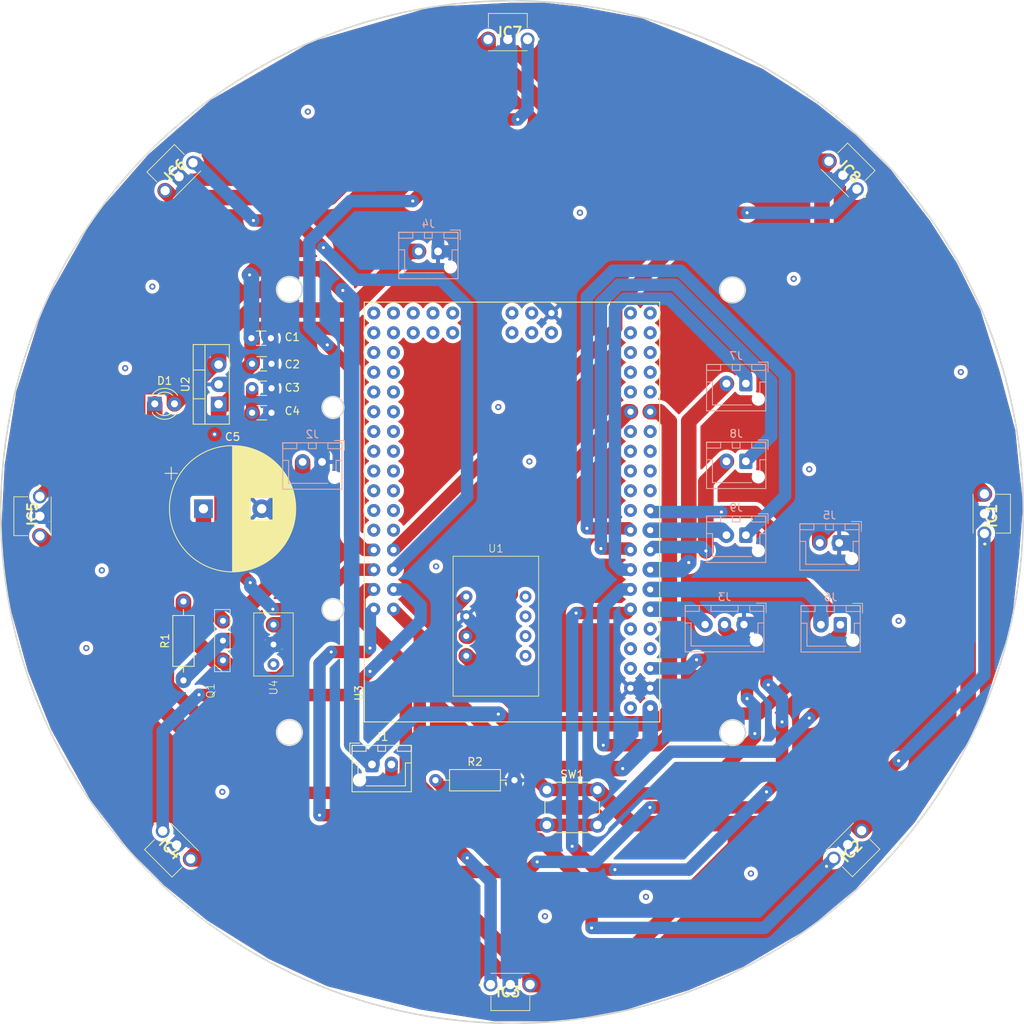
<source format=kicad_pcb>
(kicad_pcb (version 20221018) (generator pcbnew)
  (layers (0 "F.Cu" signal) (31 "B.Cu" signal) (34 "B.Paste" user) (35 "F.Paste" user) (36 "B.SilkS" user "B.Silkscreen") (37 "F.SilkS" user "F.Silkscreen") (38 "B.Mask" user) (39 "F.Mask" user) (44 "Edge.Cuts" user))
  (net 0 "")
  (net 1 "9V")
  (net 2 "GND")
  (net 3 "5V_1")
  (net 4 "Vin_1")
  (net 5 "0")
  (net 6 "5V")
  (net 7 "1")
  (net 8 "2")
  (net 9 "3")
  (net 10 "4")
  (net 11 "5")
  (net 12 "6")
  (net 13 "7")
  (net 14 "Vin")
  (net 15 "RX")
  (net 16 "TX")
  (net 17 "D2")
  (net 18 "D3")
  (net 19 "D4")
  (net 20 "D5")
  (net 21 "D6")
  (net 22 "D7")
  (net 23 "D8")
  (net 24 "D9")
  (net 25 "Net-(Q1-G)")
  (net 26 "D11")
  (net 27 "SDA")
  (net 28 "SCL")
  (footprint "SamacSys_Parts:TSSP58038" (layer "F.Cu") (at 173.479466 95 90)
    (fp_text reference "IC1")
    (fp_text value "TSSP58038" hide)
  )
  (footprint "SamacSys_Parts:TSSP58038" (layer "F.Cu") (at 68.46486 50.493021 -135)
    (fp_text reference "IC6")
    (fp_text value "TSSP58038" hide)
  )
  (footprint "Capacitor_THT:C_Disc_D3.0mm_W1.6mm_P2.50mm" (layer "F.Cu") (at 78.33 78.58)
    (fp_text reference "C3")
    (fp_text value "47u")
  )
  (footprint "Resistor_THT:R_Axial_DIN0207_L6.3mm_D2.5mm_P10.16mm_Horizontal" (layer "F.Cu") (at 69.5 116.16 90)
    (fp_text reference "R1")
    (fp_text value "R")
  )
  (footprint "tgul.SW:tgul" (layer "F.Cu") (at 81.08 111.54 90)
    (fp_text reference "U4")
    (fp_text value "~")
  )
  (footprint "mosfet:mosfet.pch" (layer "F.Cu") (at 69.5 111.04 90)
    (fp_text reference "Q1")
    (fp_text value "PMOS")
  )
  (footprint "Capacitor_THT:C_Disc_D3.0mm_W1.6mm_P2.50mm" (layer "F.Cu") (at 78.24 72.14)
    (fp_text reference "C1")
    (fp_text value "0.1u")
  )
  (footprint "Capacitor_THT:CP_Radial_D16.0mm_P7.50mm" (layer "F.Cu") (at 72.067246 94.08)
    (fp_text reference "C5")
    (fp_text value "C_Polarized")
  )
  (footprint "Package_TO_SOT_THT:TO-220-3_Vertical" (layer "F.Cu") (at 74.025 80.62 90)
    (fp_text reference "U2")
    (fp_text value "L7805")
  )
  (footprint "SamacSys_Parts:TSSP58038" (layer "F.Cu") (at 67.757754 137.799873 -45)
    (fp_text reference "IC4")
    (fp_text value "TSSP58038" hide)
  )
  (footprint "Resistor_THT:R_Axial_DIN0207_L6.3mm_D2.5mm_P10.16mm_Horizontal" (layer "F.Cu") (at 101.92 129)
    (fp_text reference "R2")
    (fp_text value "R")
  )
  (footprint "SamacSys_Parts:TSSP58038" (layer "F.Cu") (at 155.201784 50.70091 135)
    (fp_text reference "IC8")
    (fp_text value "TSSP58038" hide)
  )
  (footprint "SamacSys_Parts:TSSP58038" (layer "F.Cu") (at 50.079466 94.756 -90)
    (fp_text reference "IC5")
    (fp_text value "TSSP58038" hide)
  )
  (footprint "Capacitor_THT:C_Disc_D3.0mm_W1.6mm_P2.50mm" (layer "F.Cu") (at 78.33 81.73)
    (fp_text reference "C4")
    (fp_text value "0.1u")
  )
  (footprint "SamacSys_Parts:TSSP58038" (layer "F.Cu") (at 111.264734 156.235267)
    (fp_text reference "IC3")
    (fp_text value "TSSP58038" hide)
  )
  (footprint "MEGA_PRO_EMBED_CH340G___ATMEGA2560:MODULE_MEGA_PRO_EMBED_CH340G___ATMEGA2560" (layer "F.Cu") (at 111.76 94.5 90)
    (fp_text reference "U3")
    (fp_text value "MEGA_PRO_EMBED_CH340G___ATMEGA2560")
  )
  (footprint "BNO055:BNO055+" (layer "F.Cu") (at 109.69 109.19)
    (fp_text reference "U1")
    (fp_text value "~")
  )
  (footprint "SamacSys_Parts:TSSP58038" (layer "F.Cu") (at 155.418159 138.153426 45)
    (fp_text reference "IC2")
    (fp_text value "TSSP58038" hide)
  )
  (footprint "SamacSys_Parts:TSSP58038" (layer "F.Cu") (at 111.508733 32.764733 180)
    (fp_text reference "IC7")
    (fp_text value "TSSP58038" hide)
  )
  (footprint "Button_Switch_THT:SW_PUSH_6mm_H7.3mm" (layer "F.Cu") (at 116.25 130.25)
    (fp_text reference "SW1")
    (fp_text value "SW_Push")
  )
  (footprint "Connector_JST:JST_XH_B2B-XH-AM_1x02_P2.50mm_Vertical" (layer "F.Cu") (at 93.75 126.975)
    (fp_text reference "J1")
    (fp_text value "Conn_01x02_Socket")
  )
  (footprint "LED_THT:LED_D3.0mm_Clear" (layer "F.Cu") (at 65.805 80.58)
    (fp_text reference "D1")
    (fp_text value "D")
  )
  (footprint "Capacitor_THT:C_Disc_D3.0mm_W1.6mm_P2.50mm" (layer "F.Cu") (at 78.33 75.43)
    (fp_text reference "C2")
    (fp_text value "10u")
  )
  (footprint "Connector_JST:JST_XH_B2B-XH-AM_1x02_P2.50mm_Vertical" (layer "B.Cu") (at 141.85 97.475 180)
    (fp_text reference "J9")
    (fp_text value "Conn_01x02_Socket")
  )
  (footprint "Connector_JST:JST_XH_B2B-XH-AM_1x02_P2.50mm_Vertical" (layer "B.Cu") (at 153.85 98.475 180)
    (fp_text reference "J5")
    (fp_text value "Conn_01x02_Socket")
  )
  (footprint "Connector_JST:JST_XH_B2B-XH-AM_1x02_P2.50mm_Vertical" (layer "B.Cu") (at 102.25 60.975 180)
    (fp_text reference "J4")
    (fp_text value "Conn_01x02_Socket")
  )
  (footprint "Connector_JST:JST_XH_B2B-XH-AM_1x02_P2.50mm_Vertical" (layer "B.Cu") (at 154 109 180)
    (fp_text reference "J6")
    (fp_text value "Conn_01x02_Socket")
  )
  (footprint "Connector_JST:JST_XH_B2B-XH-AM_1x02_P2.50mm_Vertical" (layer "B.Cu") (at 141.85 87.975 180)
    (fp_text reference "J8")
    (fp_text value "Conn_01x02_Socket")
  )
  (footprint "Connector_JST:JST_XH_B3B-XH-AM_1x03_P2.50mm_Vertical" (layer "B.Cu") (at 141.6 108.975 180)
    (fp_text reference "J3")
    (fp_text value "Conn_01x03_Socket")
  )
  (footprint "Connector_JST:JST_XH_B2B-XH-AM_1x02_P2.50mm_Vertical" (layer "B.Cu") (at 141.85 77.975 180)
    (fp_text reference "J7")
    (fp_text value "Conn_01x02_Socket")
  )
  (footprint "Connector_JST:JST_XH_B2B-XH-AM_1x02_P2.50mm_Vertical" (layer "B.Cu") (at 87.33 88.055 180)
    (fp_text reference "J2")
    (fp_text value "Conn_01x02_Socket")
  )
  (gr_circle (center 83.129006 65.864273) (end 81.962279 64.697546) (stroke (width 0.2)) (fill none) (layer "Edge.Cuts"))
  (gr_circle (center 88.73351 107.045941) (end 87.74356 106.055992) (stroke (width 0.2)) (fill none) (layer "Edge.Cuts"))
  (gr_circle (center 140.119714 65.932887) (end 138.952988 64.766161) (stroke (width 0.2)) (fill none) (layer "Edge.Cuts"))
  (gr_circle (center 83.126909 122.854981) (end 81.960183 121.688255) (stroke (width 0.2)) (fill none) (layer "Edge.Cuts"))
  (gr_circle (center 140.144866 122.880133) (end 138.97814 121.713407) (stroke (width 0.2)) (fill none) (layer "Edge.Cuts"))
  (gr_circle (center 111.764733 94.5) (end 65.262044 47.997311) (stroke (width 0.2)) (fill none) (layer "Edge.Cuts"))
  (gr_circle (center 88.73351 81.045941) (end 87.74356 80.055992) (stroke (width 0.2)) (fill none) (layer "Edge.Cuts"))
  (via (at 116 146.5) (size 0.8) (drill 0.4) (layers "F.Cu" "B.Cu") (net 0))
  (via (at 74.5 130.5) (size 0.8) (drill 0.4) (layers "F.Cu" "B.Cu") (net 0))
  (via (at 114 88) (size 0.8) (drill 0.4) (layers "F.Cu" "B.Cu") (net 0))
  (via (at 148 64.5) (size 0.8) (drill 0.4) (layers "F.Cu" "B.Cu") (net 0))
  (via (at 150 89) (size 0.8) (drill 0.4) (layers "F.Cu" "B.Cu") (net 0))
  (via (at 65.5 65.5) (size 0.8) (drill 0.4) (layers "F.Cu" "B.Cu") (net 0))
  (via (at 62 76) (size 0.8) (drill 0.4) (layers "F.Cu" "B.Cu") (net 0))
  (via (at 85.5 43) (size 0.8) (drill 0.4) (layers "F.Cu" "B.Cu") (net 0))
  (via (at 102 101.5) (size 0.8) (drill 0.4) (layers "F.Cu" "B.Cu") (net 0))
  (via (at 59 102) (size 0.8) (drill 0.4) (layers "F.Cu" "B.Cu") (net 0))
  (via (at 161.5 108.5) (size 0.8) (drill 0.4) (layers "F.Cu" "B.Cu") (net 0))
  (via (at 120.5 56) (size 0.8) (drill 0.4) (layers "F.Cu" "B.Cu") (net 0))
  (via (at 110 81) (size 0.8) (drill 0.4) (layers "F.Cu" "B.Cu") (net 0))
  (via (at 169.5 76.5) (size 0.8) (drill 0.4) (layers "F.Cu" "B.Cu") (net 0))
  (via (at 129 144) (size 0.8) (drill 0.4) (layers "F.Cu" "B.Cu") (net 0))
  (via (at 142.5 141) (size 0.8) (drill 0.4) (layers "F.Cu" "B.Cu") (net 0))
  (via (at 57 112) (size 0.8) (drill 0.4) (layers "F.Cu" "B.Cu") (net 0))
  (segment (start 74.025 83.975) (end 74.025 80.62) (width 2) (layer "F.Cu") (net 1))
  (segment (start 78.33 72.23) (end 78.24 72.14) (width 2) (layer "F.Cu") (net 1))
  (segment (start 76.33 77.43) (end 78.33 75.43) (width 2) (layer "F.Cu") (net 1))
  (segment (start 65.805 80.58) (end 65.805 84.305) (width 2) (layer "F.Cu") (net 1))
  (segment (start 74.025 80.62) (end 74.88 80.62) (width 2) (layer "F.Cu") (net 1))
  (segment (start 110 120.5) (end 117 127.5) (width 2) (layer "F.Cu") (net 1))
  (segment (start 66 84.5) (end 72.5 84.5) (width 2) (layer "F.Cu") (net 1))
  (segment (start 65.805 84.305) (end 66 84.5) (width 2) (layer "F.Cu") (net 1))
  (segment (start 76.33 79.17) (end 76.33 77.43) (width 2) (layer "F.Cu") (net 1))
  (segment (start 78.33 75.43) (end 78.33 72.23) (width 2) (layer "F.Cu") (net 1))
  (segment (start 72.5 84.5) (end 73 85) (width 2) (layer "F.Cu") (net 1))
  (segment (start 73.5 84.5) (end 74.025 83.975) (width 2) (layer "F.Cu") (net 1))
  (segment (start 74.88 80.62) (end 76.33 79.17) (width 2) (layer "F.Cu") (net 1))
  (segment (start 78 64) (end 78.788185 63.211815) (width 2) (layer "F.Cu") (net 1))
  (segment (start 73 85) (end 73.5 84.5) (width 2) (layer "F.Cu") (net 1))
  (segment (start 117 127.5) (end 126 127.5) (width 2) (layer "F.Cu") (net 1))
  (segment (start 78.788185 63.211815) (end 87.211815 63.211815) (width 2) (layer "F.Cu") (net 1))
  (segment (start 87.211815 63.211815) (end 90 66) (width 2) (layer "F.Cu") (net 1))
  (via (at 126 127.5) (size 0.8) (drill 0.4) (layers "F.Cu" "B.Cu") (net 1))
  (via (at 110 120.5) (size 0.8) (drill 0.4) (layers "F.Cu" "B.Cu") (net 1))
  (via (at 78 64) (size 0.8) (drill 0.4) (layers "F.Cu" "B.Cu") (net 1))
  (via (at 90 66) (size 0.8) (drill 0.4) (layers "F.Cu" "B.Cu") (net 1))
  (via (at 73.5 84.5) (size 0.8) (drill 0.4) (layers "F.Cu" "B.Cu") (net 1))
  (segment (start 99.225 120.5) (end 110 120.5) (width 2) (layer "B.Cu") (net 1))
  (segment (start 93.75 126.975) (end 93.75 125.975) (width 2) (layer "B.Cu") (net 1))
  (segment (start 78.24 72.14) (end 78.24 64.24) (width 2) (layer "B.Cu") (net 1))
  (segment (start 90 66) (end 91.139787 67.139787) (width 2) (layer "B.Cu") (net 1))
  (segment (start 93.75 125.975) (end 99.225 120.5) (width 2) (layer "B.Cu") (net 1))
  (segment (start 126 127.5) (end 129.54 123.96) (width 2) (layer "B.Cu") (net 1))
  (segment (start 129.54 123.96) (end 129.54 119.7) (width 2) (layer "B.Cu") (net 1))
  (segment (start 78.24 64.24) (end 78 64) (width 2) (layer "B.Cu") (net 1))
  (segment (start 91.139787 124.364787) (end 93.75 126.975) (width 2) (layer "B.Cu") (net 1))
  (segment (start 91.139787 67.139787) (end 91.139787 124.364787) (width 2) (layer "B.Cu") (net 1))
  (segment (start 170.436966 110.796664) (end 170.436966 96.389258) (width 2) (layer "B.Cu") (net 2))
  (segment (start 68.935793 51.365591) (end 78.285101 60.714899) (width 2) (layer "B.Cu") (net 2))
  (segment (start 79.567246 94.08) (end 82.305 94.08) (width 2) (layer "B.Cu") (net 2))
  (segment (start 81.08 111.54) (end 80.845312 111.54) (width 2) (layer "B.Cu") (net 2))
  (segment (start 164.526282 87.975) (end 171.267281 94.716) (width 2) (layer "B.Cu") (net 2))
  (segment (start 110.01644 136.43644) (end 112.08 138.5) (width 2) (layer "B.Cu") (net 2))
  (segment (start 51.448708 95.04) (end 51.029466 95.04) (width 2) (layer "B.Cu") (net 2))
  (segment (start 69.522824 136.43644) (end 110.01644 136.43644) (width 2) (layer "B.Cu") (net 2))
  (segment (start 111.224733 33.714733) (end 111.224733 31.775267) (width 2) (layer "B.Cu") (net 2))
  (segment (start 124.5 49.5) (end 127.064343 52.064343) (width 2) (layer "B.Cu") (net 2))
  (segment (start 134.39 117.16) (end 141.6 109.95) (width 1.6) (layer "B.Cu") (net 2))
  (segment (start 108.974608 60.975) (end 116.84 68.840392) (width 1.6) (layer "B.Cu") (net 2))
  (segment (start 154.329214 51.171843) (end 155.501057 50) (width 2) (layer "B.Cu") (net 2))
  (segment (start 148.425862 114.425862) (end 156.116815 122.116815) (width 2) (layer "B.Cu") (net 2))
  (segment (start 155.501057 50) (end 157.5 50) (width 2) (layer "B.Cu") (net 2))
  (segment (start 160.317677 120.866815) (end 160.366815 120.866815) (width 2) (layer "B.Cu") (net 2))
  (segment (start 78.285101 60.714899) (end 80.476548 62.906346) (width 2) (layer "B.Cu") (net 2))
  (segment (start 129.54 117.16) (end 134.39 117.16) (width 1.6) (layer "B.Cu") (net 2))
  (segment (start 153 52.501057) (end 154.329214 51.171843) (width 2) (layer "B.Cu") (net 2))
  (segment (start 170.436966 96.389258) (end 172.110224 94.716) (width 2) (layer "B.Cu") (net 2))
  (segment (start 82.305 94.08) (end 82.305 105.000312) (width 2) (layer "B.Cu") (net 2))
  (segment (start 53.121966 93.366742) (end 51.448708 95.04) (width 2) (layer "B.Cu") (net 2))
  (segment (start 111.548734 153.048733) (end 111.548734 155.285267) (width 2) (layer "B.Cu") (net 2))
  (segment (start 112.08 138.5) (end 112.08 152.517467) (width 2) (layer "B.Cu") (net 2))
  (segment (start 82.305 94.08) (end 87.33 89.055) (width 2) (layer "B.Cu") (net 2))
  (segment (start 80.83 82.058428) (end 80.83 78.58) (width 2) (layer "B.Cu") (net 2))
  (segment (start 80.74 72.14) (end 80.74 81.64) (width 2) (layer "B.Cu") (net 2))
  (segment (start 161.475 87.975) (end 164.526282 87.975) (width 2) (layer "B.Cu") (net 2))
  (segment (start 83.042 105.737312) (end 83.042 109.812688) (width 2) (layer "B.Cu") (net 2))
  (segment (start 81.314688 111.54) (end 81.08 111.54) (width 2) (layer "B.Cu") (net 2))
  (segment (start 102.25 60.975) (end 102.25 52.25) (width 1.6) (layer "B.Cu") (net 2))
  (segment (start 141.6 108.975) (end 148.425862 108.975) (width 2) (layer "B.Cu") (net 2))
  (segment (start 111.548734 155.285267) (end 111.548734 154.023082) (width 2) (layer "B.Cu") (net 2))
  (segment (start 80.74 81.64) (end 80.83 81.73) (width 2) (layer "B.Cu") (net 2))
  (segment (start 156.116815 122.116815) (end 159.116815 122.116815) (width 2) (layer "B.Cu") (net 2))
  (segment (start 93.906751 52.2949) (end 86.7051 52.2949) (width 2) (layer "B.Cu") (net 2))
  (segment (start 105.88 107.92) (end 112.08 114.12) (width 1.6) (layer "B.Cu") (net 2))
  (segment (start 153.436714 52.064343) (end 154.329214 51.171843) (width 2) (layer "B.Cu") (net 2))
  (segment (start 80.476548 71.876548) (end 80.74 72.14) (width 2) (layer "B.Cu") (net 2))
  (segment (start 124.5 37.5) (end 124.5 49.5) (width 2) (layer "B.Cu") (net 2))
  (segment (start 80.845312 111.54) (end 69.522824 122.862488) (width 2) (layer "B.Cu") (net 2))
  (segment (start 80.83 81.73) (end 81.96137 81.73) (width 2) (layer "B.Cu") (net 2))
  (segment (start 81.96137 81.73) (end 87.33 87.09863) (width 2) (layer "B.Cu") (net 2))
  (segment (start 79.158428 83.73) (end 80.83 82.058428) (width 2) (layer "B.Cu") (net 2))
  (segment (start 171.267281 94.716) (end 172.529466 94.716) (width 2) (layer "B.Cu") (net 2))
  (segment (start 69.828293 72.671707) (end 53.121966 89.378034) (width 2) (layer "B.Cu") (net 2))
  (segment (start 148.425862 108.975) (end 148.425862 114.425862) (width 2) (layer "B.Cu") (net 2))
  (segment (start 117.5 30.5) (end 124.5 37.5) (width 2) (layer "B.Cu") (net 2))
  (segment (start 168.351224 98.475) (end 170.436966 96.389258) (width 2) (layer "B.Cu") (net 2))
  (segment (start 76.33 82.558428) (end 77.501572 83.73) (width 2) (layer "B.Cu") (net 2))
  (segment (start 127.064343 52.064343) (end 153.436714 52.064343) (width 2) (layer "B.Cu") (net 2))
  (segment (start 82.305 105.000312) (end 83.042 105.737312) (width 2) (layer "B.Cu") (net 2))
  (segment (start 141.6 109.95) (end 141.6 108.975) (width 1.6) (layer "B.Cu") (net 2))
  (segment (start 153 76.448719) (end 153 80) (width 2) (layer "B.Cu") (net 2))
  (segment (start 87.33 89.055) (end 87.33 88.055) (width 2) (layer "B.Cu") (net 2))
  (segment (start 127 117.16) (end 129.54 117.16) (width 1.6) (layer "B.Cu") (net 2))
  (segment (start 154.054726 136.388356) (end 154.054726 127.178904) (width 2) (layer "B.Cu") (net 2))
  (segment (start 76.33 78.08) (end 76.33 82.558428) (width 2) (layer "B.Cu") (net 2))
  (segment (start 160 52.5) (end 160 69.448719) (width 2) (layer "B.Cu") (net 2))
  (segment (start 154.054726 127.178904) (end 159.116815 122.116815) (width 2) (layer "B.Cu") (net 2))
  (segment (start 154.054726 136.388356) (end 154.947226 137.280856) (width 2) (layer "B.Cu") (net 2))
  (segment (start 111.224733 31.775267) (end 112.5 30.5) (width 2) (layer "B.Cu") (net 2))
  (segment (start 69.522824 122.862488) (end 69.522824 136.43644) (width 2) (layer "B.Cu") (net 2))
  (segment (start 53.121966 89.378034) (end 53.121966 93.366742) (width 2) (layer "B.Cu") (net 2))
  (segment (start 68.630324 137.32894) (end 69.522824 136.43644) (width 2) (layer "B.Cu") (net 2))
  (segment (start 160.366815 120.866815) (end 170.436966 110.796664) (width 2) (layer "B.Cu") (net 2))
  (segment (start 154.5 81) (end 161.475 87.975) (width 2) (layer "B.Cu") (net 2))
  (segment (start 80.476548 62.906346) (end 80.476548 71.876548) (width 2) (layer "B.Cu") (net 2))
  (segment (start 112.08 152.517467) (end 111.548734 153.048733) (width 2) (layer "B.Cu") (net 2))
  (segment (start 111.224733 34.976918) (end 98.100825 48.100825) (width 2) (layer "B.Cu") (net 2))
  (segment (start 172.110224 94.716) (end 172.529466 94.716) (width 2) (layer "B.Cu") (net 2))
  (segment (start 74.025 78.08) (end 76.33 78.08) (width 2) (layer "B.Cu") (net 2))
  (segment (start 112.5 30.5) (end 117.5 30.5) (width 2) (layer "B.Cu") (net 2))
  (segment (start 102.25 52.25) (end 98.100825 48.100825) (width 1.6) (layer "B.Cu") (net 2))
  (segment (start 86.7051 52.2949) (end 78.285101 60.714899) (width 2) (layer "B.Cu") (net 2))
  (segment (start 83.042 109.812688) (end 81.314688 111.54) (width 2) (layer "B.Cu") (net 2))
  (segment (start 153.85 98.475) (end 168.351224 98.475) (width 2) (layer "B.Cu") (net 2))
  (segment (start 102.25 60.975) (end 108.974608 60.975) (width 1.6) (layer "B.Cu") (net 2))
  (segment (start 116.84 68.840392) (end 116.84 68.9) (width 1.6) (layer "B.Cu") (net 2))
  (segment (start 159.116815 122.116815) (end 160.366815 120.866815) (width 2) (layer "B.Cu") (net 2))
  (segment (start 160 69.448719) (end 153 76.448719) (width 2) (layer "B.Cu") (net 2))
  (segment (start 112.08 114.12) (end 112.08 129) (width 1.6) (layer "B.Cu") (net 2))
  (segment (start 154 81) (end 154.5 81) (width 2) (layer "B.Cu") (net 2))
  (segment (start 111.224733 33.714733) (end 111.224733 34.976918) (width 2) (layer "B.Cu") (net 2))
  (segment (start 112.08 129) (end 112.08 138.5) (width 2) (layer "B.Cu") (net 2))
  (segment (start 87.33 87.09863) (end 87.33 88.055) (width 2) (layer "B.Cu") (net 2))
  (segment (start 68.935793 51.365591) (end 69.828293 52.258091) (width 2) (layer "B.Cu") (net 2))
  (segment (start 157.5 50) (end 160 52.5) (width 2) (layer "B.Cu") (net 2))
  (segment (start 77.501572 83.73) (end 79.158428 83.73) (width 2) (layer "B.Cu") (net 2))
  (segment (start 153 80) (end 154 81) (width 2) (layer "B.Cu") (net 2))
  (segment (start 98.100825 48.100825) (end 93.906751 52.2949) (width 2) (layer "B.Cu") (net 2))
  (segment (start 69.828293 52.258091) (end 69.828293 72.671707) (width 2) (layer "B.Cu") (net 2))
  (segment (start 68.345 78.92) (end 67.805 78.38) (width 2) (layer "F.Cu") (net 3))
  (segment (start 74.3 87.2) (end 78.33 83.17) (width 2) (layer "F.Cu") (net 3))
  (segment (start 78.095769 68.516731) (end 90.983269 68.516731) (width 2) (layer "F.Cu") (net 3))
  (segment (start 67.805 78.38) (end 64.12 78.38) (width 2) (layer "F.Cu") (net 3))
  (segment (start 65.58873 87.2) (end 74.3 87.2) (width 2) (layer "F.Cu") (net 3))
  (segment (start 90.983269 68.516731) (end 98.525 60.975) (width 2) (layer "F.Cu") (net 3))
  (segment (start 74.025 72.5875) (end 78.095769 68.516731) (width 2) (layer "F.Cu") (net 3))
  (segment (start 63.605 85.21627) (end 65.58873 87.2) (width 2) (layer "F.Cu") (net 3))
  (segment (start 74.025 75.54) (end 73.385 75.54) (width 2) (layer "F.Cu") (net 3))
  (segment (start 98.525 60.975) (end 99.75 60.975) (width 2) (layer "F.Cu") (net 3))
  (segment (start 78.33 83.17) (end 78.33 81.73) (width 2) (layer "F.Cu") (net 3))
  (segment (start 68.345 80.58) (end 68.345 78.92) (width 2) (layer "F.Cu") (net 3))
  (segment (start 63.605 78.895) (end 63.605 85.21627) (width 2) (layer "F.Cu") (net 3))
  (segment (start 73.385 75.54) (end 68.345 80.58) (width 2) (layer "F.Cu") (net 3))
  (segment (start 74.025 75.54) (end 74.025 72.5875) (width 2) (layer "F.Cu") (net 3))
  (segment (start 64.12 78.38) (end 63.605 78.895) (width 2) (layer "F.Cu") (net 3))
  (segment (start 78.33 78.58) (end 78.33 81.73) (width 1.6) (layer "F.Cu") (net 3))
  (segment (start 96.25 129.575) (end 95.2 130.625) (width 1.6) (layer "F.Cu") (net 4))
  (segment (start 72.067246 94.08) (end 72.067246 96.5) (width 2) (layer "F.Cu") (net 4))
  (segment (start 72.067246 96.5) (end 72.067246 105.987246) (width 2) (layer "F.Cu") (net 4))
  (segment (start 96.25 126.975) (end 96.25 129.575) (width 1.6) (layer "F.Cu") (net 4))
  (segment (start 72.067246 105.987246) (end 74.58 108.5) (width 2) (layer "F.Cu") (net 4))
  (segment (start 95.2 130.625) (end 81.419415 130.625) (width 1.6) (layer "F.Cu") (net 4))
  (segment (start 67.5 116.705585) (end 67.5 101.067246) (width 1.6) (layer "F.Cu") (net 4))
  (segment (start 67.5 101.067246) (end 72.067246 96.5) (width 1.6) (layer "F.Cu") (net 4))
  (segment (start 81.419415 130.625) (end 67.5 116.705585) (width 1.6) (layer "F.Cu") (net 4))
  (segment (start 113.7 140.8) (end 103.69408 140.8) (width 1.6) (layer "F.Cu") (net 5))
  (segment (start 155.5 132.5) (end 129.5 132.5) (width 1.6) (layer "F.Cu") (net 5))
  (segment (start 88.5 112.5) (end 93 112.5) (width 1.6) (layer "F.Cu") (net 5))
  (segment (start 115 139.5) (end 113.7 140.8) (width 1.6) (layer "F.Cu") (net 5))
  (segment (start 103.69408 140.8) (end 96.39408 133.5) (width 1.6) (layer "F.Cu") (net 5))
  (segment (start 93 112.5) (end 93.477208 112.022792) (width 1.6) (layer "F.Cu") (net 5))
  (segment (start 161.5 126.5) (end 155.5 132.5) (width 1.6) (layer "F.Cu") (net 5))
  (segment (start 96.39408 133.5) (end 87 133.5) (width 1.6) (layer "F.Cu") (net 5))
  (via (at 87 133.5) (size 0.8) (drill 0.4) (layers "F.Cu" "B.Cu") (net 5))
  (via (at 115 139.5) (size 0.8) (drill 0.4) (layers "F.Cu" "B.Cu") (net 5))
  (via (at 161.5 126.5) (size 0.8) (drill 0.4) (layers "F.Cu" "B.Cu") (net 5))
  (via (at 88.5 112.5) (size 0.8) (drill 0.4) (layers "F.Cu" "B.Cu") (net 5))
  (via (at 93.5 112) (size 0.8) (drill 0.4) (layers "F.Cu" "B.Cu") (net 5))
  (via (at 129.5 132.5) (size 0.8) (drill 0.4) (layers "F.Cu" "B.Cu") (net 5))
  (segment (start 129.5 132.5) (end 122.5 139.5) (width 1.6) (layer "B.Cu") (net 5))
  (segment (start 122.5 139.5) (end 115 139.5) (width 1.6) (layer "B.Cu") (net 5))
  (segment (start 172.529466 115.470534) (end 161.5 126.5) (width 1.6) (layer "B.Cu") (net 5))
  (segment (start 93.477208 107.502792) (end 93.98 107) (width 1.6) (layer "B.Cu") (net 5))
  (segment (start 87 133.5) (end 87 114) (width 1.6) (layer "B.Cu") (net 5))
  (segment (start 87 114) (end 88.5 112.5) (width 1.6) (layer "B.Cu") (net 5))
  (segment (start 93.5 112) (end 93.477208 107.502792) (width 1.6) (layer "B.Cu") (net 5))
  (segment (start 172.529466 97.256) (end 172.529466 115.470534) (width 1.6) (layer "B.Cu") (net 5))
  (segment (start 93.477208 112.022792) (end 93.5 112) (width 1.6) (layer "B.Cu") (net 5))
  (segment (start 103.88 117.88) (end 116.25 130.25) (width 1.6) (layer "F.Cu") (net 6))
  (segment (start 128.3 130.7) (end 125.75 133.25) (width 1.6) (layer "F.Cu") (net 6))
  (segment (start 155.854428 93.063034) (end 170.436966 93.063034) (width 2) (layer "F.Cu") (net 6))
  (segment (start 105.88 105.38) (end 103.88 107.38) (width 1.6) (layer "F.Cu") (net 6))
  (segment (start 114.088734 155.285267) (end 122.714733 155.285267) (width 2) (layer "F.Cu") (net 6))
  (segment (start 142 116) (end 142 118.5) (width 1.6) (layer "F.Cu") (net 6))
  (segment (start 151.35 97.567462) (end 155.854428 93.063034) (width 2) (layer "F.Cu") (net 6))
  (segment (start 135.793295 130.7) (end 128.3 130.7) (width 1.6) (layer "F.Cu") (net 6))
  (segment (start 108.684733 34.976918) (end 123.083607 49.375792) (width 2) (layer "F.Cu") (net 6))
  (segment (start 67.139742 53.161642) (end 68.032242 54.054142) (width 2) (layer "F.Cu") (net 6))
  (segment (start 127.092305 134.592305) (end 125.75 133.25) (width 2) (layer "F.Cu") (net 6))
  (segment (start 155.850777 134.592305) (end 156.743277 135.484805) (width 2) (layer "F.Cu") (net 6))
  (segment (start 116.25 130.25) (end 122.75 130.25) (width 1.6) (layer "F.Cu") (net 6))
  (segment (start 139.5 113.5) (end 140 114) (width 1.6) (layer "F.Cu") (net 6))
  (segment (start 99.190643 139.124991) (end 114.088734 154.023082) (width 2) (layer "F.Cu") (net 6))
  (segment (start 103.88 107.38) (end 103.88 117.88) (width 1.6) (layer "F.Cu") (net 6))
  (segment (start 65.5 118.5) (end 71.318875 124.318875) (width 2) (layer "F.Cu") (net 6))
  (segment (start 114.088734 154.023082) (end 114.088734 155.285267) (width 2) (layer "F.Cu") (net 6))
  (segment (start 151.640663 71.287197) (end 151.640663 50.268292) (width 2) (layer "F.Cu") (net 6))
  (segment (start 88.345324 54.054142) (end 108.684733 33.714733) (width 2) (layer "F.Cu") (net 6))
  (segment (start 170.436966 93.063034) (end 171.324 92.176) (width 2) (layer "F.Cu") (net 6))
  (segment (start 171.324 92.176) (end 172.529466 92.176) (width 2) (layer "F.Cu") (net 6))
  (segment (start 140.5 137.5) (end 140.5 134.592305) (width 2) (layer "F.Cu") (net 6))
  (segment (start 108.684733 33.714733) (end 108.684733 34.976918) (width 2) (layer "F.Cu") (net 6))
  (segment (start 143 123.493295) (end 135.793295 130.7) (width 1.6) (layer "F.Cu") (net 6))
  (segment (start 172.529466 92.176) (end 151.640663 71.287197) (width 2) (layer "F.Cu") (net 6))
  (segment (start 140.5 134.592305) (end 155.850777 134.592305) (width 2) (layer "F.Cu") (net 6))
  (segment (start 71.318875 124.318875) (end 71.318875 138.232491) (width 2) (layer "F.Cu") (net 6))
  (segment (start 143 123) (end 143 123.493295) (width 1.6) (layer "F.Cu") (net 6))
  (segment (start 151.640663 50.268292) (end 152.533163 49.375792) (width 2) (layer "F.Cu") (net 6))
  (segment (start 125.75 133.25) (end 122.75 130.25) (width 2) (layer "F.Cu") (net 6))
  (segment (start 51.029466 97.58) (end 65.5 112.050534) (width 2) (layer "F.Cu") (net 6))
  (segment (start 68.032242 54.054142) (end 88.345324 54.054142) (width 2) (layer "F.Cu") (net 6))
  (segment (start 65.5 112.050534) (end 65.5 118.5) (width 2) (layer "F.Cu") (net 6))
  (segment (start 151.35 98.475) (end 151.35 97.567462) (width 2) (layer "F.Cu") (net 6))
  (segment (start 140 114) (end 142 116) (width 1.6) (layer "F.Cu") (net 6))
  (segment (start 123.083607 49.375792) (end 152.533163 49.375792) (width 2) (layer "F.Cu") (net 6))
  (segment (start 156.743277 135.484805) (end 170.436966 121.791116) (width 2) (layer "F.Cu") (net 6))
  (segment (start 70.426375 139.124991) (end 99.190643 139.124991) (width 2) (layer "F.Cu") (net 6))
  (segment (start 134.781696 134.592305) (end 140.5 134.592305) (width 2) (layer "F.Cu") (net 6))
  (segment (start 122.714733 155.285267) (end 140.5 137.5) (width 2) (layer "F.Cu") (net 6))
  (segment (start 134.781696 134.592305) (end 127.092305 134.592305) (width 2) (layer "F.Cu") (net 6))
  (segment (start 170.436966 121.791116) (end 170.436966 93.063034) (width 2) (layer "F.Cu") (net 6))
  (segment (start 71.318875 138.232491) (end 70.426375 139.124991) (width 2) (layer "F.Cu") (net 6))
  (segment (start 135.5 113.5) (end 139.5 113.5) (width 1.6) (layer "F.Cu") (net 6))
  (via (at 142 118.5) (size 0.8) (drill 0.4) (layers "F.Cu" "B.Cu") (net 6))
  (via (at 143 123) (size 0.8) (drill 0.4) (layers "F.Cu" "B.Cu") (net 6))
  (via (at 135.5 113.5) (size 0.8) (drill 0.4) (layers "F.Cu" "B.Cu") (net 6))
  (segment (start 143 119.5) (end 143 123) (width 1.6) (layer "B.Cu") (net 6))
  (segment (start 129.54 114.62) (end 134.38 114.62) (width 1.6) (layer "B.Cu") (net 6))
  (segment (start 142 118.5) (end 143 119.5) (width 1.6) (layer "B.Cu") (net 6))
  (segment (start 134.38 114.62) (end 135.5 113.5) (width 1.6) (layer "B.Cu") (net 6))
  (segment (start 106.924416 136.55) (end 99.9 129.525584) (width 1.6) (layer "F.Cu") (net 7))
  (segment (start 122 143.328428) (end 115.221572 136.55) (width 1.6) (layer "F.Cu") (net 7))
  (segment (start 99.9 110.38) (end 96.52 107) (width 1.6) (layer "F.Cu") (net 7))
  (segment (start 115.221572 136.55) (end 106.924416 136.55) (width 1.6) (layer "F.Cu") (net 7))
  (segment (start 99.9 129.525584) (end 99.9 110.38) (width 1.6) (layer "F.Cu") (net 7))
  (segment (start 122 148) (end 122 143.328428) (width 1.6) (layer "F.Cu") (net 7))
  (via (at 122 148) (size 0.8) (drill 0.4) (layers "F.Cu" "B.Cu") (net 7))
  (segment (start 144.228082 148) (end 122 148) (width 1.6) (layer "B.Cu") (net 7))
  (segment (start 153.151175 139.076907) (end 144.228082 148) (width 1.6) (layer "B.Cu") (net 7))
  (segment (start 98.1 131.1) (end 98.1 114.1) (width 1.6) (layer "F.Cu") (net 8))
  (segment (start 98.1 114.1) (end 92.1418 108.1418) (width 1.6) (layer "F.Cu") (net 8))
  (segment (start 93.04 104.46) (end 93.98 104.46) (width 1.6) (layer "F.Cu") (net 8))
  (segment (start 106 139) (end 98.1 131.1) (width 1.6) (layer "F.Cu") (net 8))
  (segment (start 92.1418 108.1418) (end 92.1418 105.3582) (width 1.6) (layer "F.Cu") (net 8))
  (segment (start 92.1418 105.3582) (end 93.04 104.46) (width 1.6) (layer "F.Cu") (net 8))
  (via (at 106 139) (size 0.8) (drill 0.4) (layers "F.Cu" "B.Cu") (net 8))
  (segment (start 109.008734 142.008734) (end 106 139) (width 1.6) (layer "B.Cu") (net 8))
  (segment (start 109.008734 155.285267) (end 109.008734 142.008734) (width 1.6) (layer "B.Cu") (net 8))
  (segment (start 71.5 118) (end 71.542 118.042) (width 1.6) (layer "F.Cu") (net 9))
  (segment (start 90.458 118.042) (end 93.5 115) (width 1.6) (layer "F.Cu") (net 9))
  (segment (start 71.542 118.042) (end 90.458 118.042) (width 1.6) (layer "F.Cu") (net 9))
  (via (at 93.5 115) (size 0.8) (drill 0.4) (layers "F.Cu" "B.Cu") (net 9))
  (via (at 71.5 118) (size 0.8) (drill 0.4) (layers "F.Cu" "B.Cu") (net 9))
  (segment (start 97.96 104.46) (end 100 106.5) (width 1.6) (layer "B.Cu") (net 9))
  (segment (start 66.834273 135.532889) (end 66.834273 122.665727) (width 1.6) (layer "B.Cu") (net 9))
  (segment (start 100 106.5) (end 100 108.5) (width 1.6) (layer "B.Cu") (net 9))
  (segment (start 96.52 104.46) (end 97.96 104.46) (width 1.6) (layer "B.Cu") (net 9))
  (segment (start 100 108.5) (end 93.5 115) (width 1.6) (layer "B.Cu") (net 9))
  (segment (start 66.834273 122.665727) (end 71.5 118) (width 1.6) (layer "B.Cu") (net 9))
  (segment (start 74.267246 91.88) (end 74.267246 99.767246) (width 1.6) (layer "F.Cu") (net 10))
  (segment (start 51.029466 92.5) (end 51.921966 91.6075) (width 1.6) (layer "F.Cu") (net 10))
  (segment (start 81 107) (end 85.651371 107) (width 1.6) (layer "F.Cu") (net 10))
  (segment (start 90.731371 101.92) (end 93.98 101.92) (width 1.6) (layer "F.Cu") (net 10))
  (segment (start 51.921966 91.6075) (end 73.994746 91.6075) (width 1.6) (layer "F.Cu") (net 10))
  (segment (start 74.267246 99.767246) (end 78.085786 103.585786) (width 1.6) (layer "F.Cu") (net 10))
  (segment (start 73.994746 91.6075) (end 74.267246 91.88) (width 1.6) (layer "F.Cu") (net 10))
  (segment (start 85.651371 107) (end 90.731371 101.92) (width 1.6) (layer "F.Cu") (net 10))
  (via (at 78.085786 103.585786) (size 0.8) (drill 0.4) (layers "F.Cu" "B.Cu") (net 10))
  (via (at 81 107) (size 0.8) (drill 0.4) (layers "F.Cu" "B.Cu") (net 10))
  (segment (start 78.085786 104.085786) (end 81 107) (width 1.6) (layer "B.Cu") (net 10))
  (segment (start 78.085786 103.585786) (end 78.085786 104.085786) (width 1.6) (layer "B.Cu") (net 10))
  (segment (start 84 57) (end 87.5 60.5) (width 1.6) (layer "F.Cu") (net 11))
  (segment (start 78.5 57) (end 84 57) (width 1.6) (layer "F.Cu") (net 11))
  (via (at 87.5 60.5) (size 0.8) (drill 0.4) (layers "F.Cu" "B.Cu") (net 11))
  (via (at 78.5 57) (size 0.8) (drill 0.4) (layers "F.Cu" "B.Cu") (net 11))
  (segment (start 105.9782 92.521408) (end 96.579608 101.92) (width 1.6) (layer "B.Cu") (net 11))
  (segment (start 87.5 60.5) (end 91.625 64.625) (width 1.6) (layer "B.Cu") (net 11))
  (segment (start 96.579608 101.92) (end 96.52 101.92) (width 1.6) (layer "B.Cu") (net 11))
  (segment (start 105.9782 67.9782) (end 105.9782 92.521408) (width 1.6) (layer "B.Cu") (net 11))
  (segment (start 102.625 64.625) (end 105.9782 67.9782) (width 1.6) (layer "B.Cu") (net 11))
  (segment (start 71.06954 49.56954) (end 78.5 57) (width 1.6) (layer "B.Cu") (net 11))
  (segment (start 70.731844 49.56954) (end 71.06954 49.56954) (width 1.6) (layer "B.Cu") (net 11))
  (segment (start 91.625 64.625) (end 102.625 64.625) (width 1.6) (layer "B.Cu") (net 11))
  (segment (start 93.98 99.38) (end 92.794607 99.38) (width 1.6) (layer "F.Cu") (net 12))
  (segment (start 90.939471 97.524864) (end 90.939471 75.939471) (width 1.6) (layer "F.Cu") (net 12))
  (segment (start 92.794607 99.38) (end 90.939471 97.524864) (width 1.6) (layer "F.Cu") (net 12))
  (segment (start 90.939471 75.939471) (end 88 73) (width 1.6) (layer "F.Cu") (net 12))
  (segment (start 109.5 44) (end 112.5 44) (width 1.6) (layer "F.Cu") (net 12))
  (segment (start 99 54.5) (end 109.5 44) (width 1.6) (layer "F.Cu") (net 12))
  (via (at 112.5 44) (size 0.8) (drill 0.4) (layers "F.Cu" "B.Cu") (net 12))
  (via (at 99 54.5) (size 0.8) (drill 0.4) (layers "F.Cu" "B.Cu") (net 12))
  (via (at 88 73) (size 0.8) (drill 0.4) (layers "F.Cu" "B.Cu") (net 12))
  (segment (start 90.954416 54.5) (end 99 54.5) (width 1.6) (layer "B.Cu") (net 12))
  (segment (start 85.7 59.754416) (end 90.954416 54.5) (width 1.6) (layer "B.Cu") (net 12))
  (segment (start 88 73) (end 85.7 70.7) (width 1.6) (layer "B.Cu") (net 12))
  (segment (start 85.7 70.7) (end 85.7 59.754416) (width 1.6) (layer "B.Cu") (net 12))
  (segment (start 113.764733 42.735267) (end 113.764733 33.714733) (width 1.6) (layer "B.Cu") (net 12))
  (segment (start 112.5 44) (end 113.764733 42.735267) (width 1.6) (layer "B.Cu") (net 12))
  (segment (start 96.52 99.38) (end 96.579608 99.38) (width 1.6) (layer "F.Cu") (net 13))
  (segment (start 125.1618 67.8382) (end 137 56) (width 1.6) (layer "F.Cu") (net 13))
  (segment (start 125.1618 70.797808) (end 125.1618 67.8382) (width 1.6) (layer "F.Cu") (net 13))
  (segment (start 137 56) (end 142 56) (width 1.6) (layer "F.Cu") (net 13))
  (segment (start 96.579608 99.38) (end 125.1618 70.797808) (width 1.6) (layer "F.Cu") (net 13))
  (via (at 142 56) (size 0.8) (drill 0.4) (layers "F.Cu" "B.Cu") (net 13))
  (segment (start 153.093159 56) (end 156.125265 52.967894) (width 1.6) (layer "B.Cu") (net 13))
  (segment (start 142 56) (end 153.093159 56) (width 1.6) (layer "B.Cu") (net 13))
  (segment (start 84.83 88.055) (end 84.83 102.475312) (width 2) (layer "F.Cu") (net 14))
  (segment (start 84.83 102.475312) (end 82.024688 102.475312) (width 2) (layer "F.Cu") (net 14))
  (segment (start 76.265312 111.04) (end 74.58 111.04) (width 2) (layer "F.Cu") (net 14))
  (segment (start 82.024688 102.475312) (end 77 107.5) (width 2) (layer "F.Cu") (net 14))
  (segment (start 77 107.5) (end 77 110.305312) (width 2) (layer "F.Cu") (net 14))
  (segment (start 77 110.305312) (end 76.265312 111.04) (width 2) (layer "F.Cu") (net 14))
  (segment (start 69.5 115.885312) (end 69.5 116.16) (width 2) (layer "B.Cu") (net 14))
  (segment (start 74.58 111.04) (end 74.345312 111.04) (width 2) (layer "B.Cu") (net 14))
  (segment (start 74.345312 111.04) (end 69.5 115.885312) (width 2) (layer "B.Cu") (net 14))
  (segment (start 139.1 109.6) (end 144.5 115) (width 1.6) (layer "F.Cu") (net 15))
  (segment (start 125 140.5) (end 122.5 140.5) (width 1.6) (layer "F.Cu") (net 15))
  (segment (start 120 107.5) (end 126.5 107.5) (width 1.6) (layer "F.Cu") (net 15))
  (segment (start 144.5 115.5) (end 144.5 116.5) (width 1.6) (layer "F.Cu") (net 15))
  (segment (start 146.5 128.5) (end 144.5 130.5) (width 1.6) (layer "F.Cu") (net 15))
  (segment (start 126.5 107.5) (end 127 107) (width 1.6) (layer "F.Cu") (net 15))
  (segment (start 144.5 116.5) (end 144.727208 116.727208) (width 1.6) (layer "F.Cu") (net 15))
  (segment (start 144.5 115) (end 144.5 115.5) (width 1.6) (layer "F.Cu") (net 15))
  (segment (start 122.5 140.5) (end 119.5 137.5) (width 1.6) (layer "F.Cu") (net 15))
  (segment (start 146.5 121.5) (end 146.5 128.5) (width 1.6) (layer "F.Cu") (net 15))
  (segment (start 139.1 108.975) (end 139.1 109.6) (width 1.6) (layer "F.Cu") (net 15))
  (via (at 146.5 121.5) (size 0.8) (drill 0.4) (layers "F.Cu" "B.Cu") (net 15))
  (via (at 144.5 130.5) (size 0.8) (drill 0.4) (layers "F.Cu" "B.Cu") (net 15))
  (via (at 144.727208 116.727208) (size 0.8) (drill 0.4) (layers "F.Cu" "B.Cu") (net 15))
  (via (at 119.5 137.5) (size 0.8) (drill 0.4) (layers "F.Cu" "B.Cu") (net 15))
  (via (at 125 140.5) (size 0.8) (drill 0.4) (layers "F.Cu" "B.Cu") (net 15))
  (via (at 120 107.5) (size 0.8) (drill 0.4) (layers "F.Cu" "B.Cu") (net 15))
  (segment (start 119.5 108) (end 120 107.5) (width 1.6) (layer "B.Cu") (net 15))
  (segment (start 119.5 137.5) (end 119.5 108) (width 1.6) (layer "B.Cu") (net 15))
  (segment (start 144.727208 116.727208) (end 146.5 118.5) (width 1.6) (layer "B.Cu") (net 15))
  (segment (start 134.5 140.5) (end 125 140.5) (width 1.6) (layer "B.Cu") (net 15))
  (segment (start 146.5 118.5) (end 146.5 121.5) (width 1.6) (layer "B.Cu") (net 15))
  (segment (start 144.5 130.5) (end 134.5 140.5) (width 1.6) (layer "B.Cu") (net 15))
  (segment (start 134.625 107) (end 129.54 107) (width 2) (layer "B.Cu") (net 16))
  (segment (start 136.6 108.975) (end 134.625 107) (width 2) (layer "B.Cu") (net 16))
  (segment (start 134.572323 120.427677) (end 130.5 124.5) (width 1.6) (layer "F.Cu") (net 17))
  (segment (start 143.572323 120.427677) (end 134.572323 120.427677) (width 1.6) (layer "F.Cu") (net 17))
  (segment (start 154 109) (end 154 110) (width 1.6) (layer "F.Cu") (net 17))
  (segment (start 154 110) (end 143.572323 120.427677) (width 1.6) (layer "F.Cu") (net 17))
  (segment (start 130.5 124.5) (end 123.5 124.5) (width 1.6) (layer "F.Cu") (net 17))
  (via (at 123.5 124.5) (size 0.8) (drill 0.4) (layers "F.Cu" "B.Cu") (net 17))
  (segment (start 125.814607 104.46) (end 127 104.46) (width 1.6) (layer "B.Cu") (net 17))
  (segment (start 123.5 124.5) (end 123.5 106.774607) (width 1.6) (layer "B.Cu") (net 17))
  (segment (start 123.5 106.774607) (end 125.814607 104.46) (width 1.6) (layer "B.Cu") (net 17))
  (segment (start 151.5 106.3) (end 149.66 104.46) (width 2) (layer "B.Cu") (net 18))
  (segment (start 151.5 109) (end 151.5 106.3) (width 2) (layer "B.Cu") (net 18))
  (segment (start 149.66 104.46) (end 129.54 104.46) (width 2) (layer "B.Cu") (net 18))
  (segment (start 125 101.105393) (end 125.814607 101.92) (width 1.6) (layer "B.Cu") (net 19))
  (segment (start 141.85 77.975) (end 141.85 76.975) (width 1.6) (layer "B.Cu") (net 19))
  (segment (start 126.238592 67.0618) (end 125 68.300392) (width 1.6) (layer "B.Cu") (net 19))
  (segment (start 141.85 76.975) (end 131.9368 67.0618) (width 1.6) (layer "B.Cu") (net 19))
  (segment (start 131.9368 67.0618) (end 126.238592 67.0618) (width 1.6) (layer "B.Cu") (net 19))
  (segment (start 125.814607 101.92) (end 127 101.92) (width 1.6) (layer "B.Cu") (net 19))
  (segment (start 125 68.300392) (end 125 101.105393) (width 1.6) (layer "B.Cu") (net 19))
  (segment (start 134.5 82.825) (end 134.5 101) (width 2) (layer "F.Cu") (net 20))
  (segment (start 139.35 77.975) (end 134.5 82.825) (width 2) (layer "F.Cu") (net 20))
  (via (at 134.5 101) (size 0.8) (drill 0.4) (layers "F.Cu" "B.Cu") (net 20))
  (segment (start 134.5 101) (end 133.58 101.92) (width 2) (layer "B.Cu") (net 20))
  (segment (start 133.58 101.92) (end 129.54 101.92) (width 2) (layer "B.Cu") (net 20))
  (segment (start 126.82 99.2) (end 127 99.38) (width 1.6) (layer "F.Cu") (net 21))
  (segment (start 123.2 99.2) (end 126.82 99.2) (width 1.6) (layer "F.Cu") (net 21))
  (via (at 123.2 99.2) (size 0.8) (drill 0.4) (layers "F.Cu" "B.Cu") (net 21))
  (segment (start 145.1 77.679416) (end 132.682384 65.2618) (width 1.6) (layer "B.Cu") (net 21))
  (segment (start 145.1 84.725) (end 145.1 77.679416) (width 1.6) (layer "B.Cu") (net 21))
  (segment (start 132.682384 65.2618) (end 125.493008 65.2618) (width 1.6) (layer "B.Cu") (net 21))
  (segment (start 141.85 87.975) (end 145.1 84.725) (width 1.6) (layer "B.Cu") (net 21))
  (segment (start 123.2 67.554808) (end 123.2 99.2) (width 1.6) (layer "B.Cu") (net 21))
  (segment (start 125.493008 65.2618) (end 123.2 67.554808) (width 1.6) (layer "B.Cu") (net 21))
  (segment (start 136.7 90.625) (end 136.7 99.5) (width 2) (layer "F.Cu") (net 22))
  (segment (start 139.35 87.975) (end 136.7 90.625) (width 2) (layer "F.Cu") (net 22))
  (via (at 136.7 99.5) (size 0.8) (drill 0.4) (layers "F.Cu" "B.Cu") (net 22))
  (segment (start 129.92 99) (end 129.54 99.38) (width 1.6) (layer "B.Cu") (net 22))
  (segment (start 136.7 99.5) (end 136.2 99) (width 1.6) (layer "B.Cu") (net 22))
  (segment (start 136.2 99) (end 129.92 99) (width 1.6) (layer "B.Cu") (net 22))
  (segment (start 126.7595 96.5995) (end 127 96.84) (width 1.6) (layer "F.Cu") (net 23))
  (segment (start 121.4 96.5995) (end 126.7595 96.5995) (width 1.6) (layer "F.Cu") (net 23))
  (via (at 121.4 96.5995) (size 0.8) (drill 0.4) (layers "F.Cu" "B.Cu") (net 23))
  (segment (start 121.4 66.809224) (end 121.4 96.5995) (width 1.6) (layer "B.Cu") (net 23))
  (segment (start 124.747424 63.4618) (end 121.4 66.809224) (width 1.6) (layer "B.Cu") (net 23))
  (segment (start 133.427968 63.4618) (end 124.747424 63.4618) (width 1.6) (layer "B.Cu") (net 23))
  (segment (start 141.85 97.475) (end 146.9 92.425) (width 1.6) (layer "B.Cu") (net 23))
  (segment (start 146.9 92.425) (end 146.9 76.933832) (width 1.6) (layer "B.Cu") (net 23))
  (segment (start 146.9 76.933832) (end 133.427968 63.4618) (width 1.6) (layer "B.Cu") (net 23))
  (segment (start 139.35 97.475) (end 138.715 96.84) (width 2) (layer "B.Cu") (net 24))
  (segment (start 138.715 96.84) (end 129.54 96.84) (width 2) (layer "B.Cu") (net 24))
  (segment (start 83.5 114.434688) (end 83.5 110.34237) (width 2) (layer "F.Cu") (net 25))
  (segment (start 74.58 113.58) (end 77.042 116.042) (width 2) (layer "F.Cu") (net 25))
  (segment (start 83.5 110.34237) (end 82.15763 109) (width 2) (layer "F.Cu") (net 25))
  (segment (start 69.5 109.57763) (end 73.50237 113.58) (width 2) (layer "F.Cu") (net 25))
  (segment (start 73.50237 113.58) (end 74.58 113.58) (width 2) (layer "F.Cu") (net 25))
  (segment (start 77.042 116.042) (end 81.892688 116.042) (width 2) (layer "F.Cu") (net 25))
  (segment (start 81.892688 116.042) (end 83.5 114.434688) (width 2) (layer "F.Cu") (net 25))
  (segment (start 82.15763 109) (end 81.08 109) (width 2) (layer "F.Cu") (net 25))
  (segment (start 69.5 106) (end 69.5 109.57763) (width 2) (layer "F.Cu") (net 25))
  (segment (start 143 94.5) (end 138.7 94.5) (width 1.6) (layer "F.Cu") (net 26))
  (segment (start 107.67 134.75) (end 101.92 129) (width 1.6) (layer "F.Cu") (net 26))
  (segment (start 116.25 134.75) (end 107.67 134.75) (width 1.6) (layer "F.Cu") (net 26))
  (segment (start 157.25 108.75) (end 143 94.5) (width 1.6) (layer "F.Cu") (net 26))
  (segment (start 150 121) (end 157.25 113.75) (width 1.6) (layer "F.Cu") (net 26))
  (segment (start 157.25 113.75) (end 157.25 108.75) (width 1.6) (layer "F.Cu") (net 26))
  (segment (start 122.75 134.75) (end 116.25 134.75) (width 1.6) (layer "F.Cu") (net 26))
  (via (at 138.7 94.5) (size 0.8) (drill 0.4) (layers "F.Cu" "B.Cu") (net 26))
  (via (at 150 121) (size 0.8) (drill 0.4) (layers "F.Cu" "B.Cu") (net 26))
  (segment (start 132.167411 125.332589) (end 145.667411 125.332589) (width 1.6) (layer "B.Cu") (net 26))
  (segment (start 145.667411 125.332589) (end 150 121) (width 1.6) (layer "B.Cu") (net 26))
  (segment (start 122.75 134.75) (end 132.167411 125.332589) (width 1.6) (layer "B.Cu") (net 26))
  (segment (start 138.7 94.5) (end 129.74 94.5) (width 1.6) (layer "B.Cu") (net 26))
  (segment (start 129.74 94.5) (end 129.54 94.3) (width 1.6) (layer "B.Cu") (net 26))
  (segment (start 111.538 96.719549) (end 126.657549 81.6) (width 2) (layer "F.Cu") (net 27))
  (segment (start 126.657549 81.6) (end 127 81.6) (width 2) (layer "F.Cu") (net 27))
  (segment (start 105.88 110.46) (end 106.114688 110.46) (width 2) (layer "F.Cu") (net 27))
  (segment (start 106.114688 110.46) (end 111.538 105.036688) (width 2) (layer "F.Cu") (net 27))
  (segment (start 111.538 105.036688) (end 111.538 96.719549) (width 2) (layer "F.Cu") (net 27))
  (segment (start 132 82.874607) (end 130.725393 81.6) (width 2) (layer "F.Cu") (net 28))
  (segment (start 132 120.122451) (end 132 82.874607) (width 2) (layer "F.Cu") (net 28))
  (segment (start 114.6182 121.7382) (end 130.384251 121.7382) (width 2) (layer "F.Cu") (net 28))
  (segment (start 130.384251 121.7382) (end 132 120.122451) (width 2) (layer "F.Cu") (net 28))
  (segment (start 130.725393 81.6) (end 129.54 81.6) (width 2) (layer "F.Cu") (net 28))
  (segment (start 105.88 113) (end 114.6182 121.7382) (width 2) (layer "F.Cu") (net 28))
  (zone (net 2) (net_name "GND") (layers "F&B.Cu") (connect_pads (clearance 0.5)) (min_thickness 0.25) (fill yes (thermal_gap 0.5) (thermal_bridge_width 0.5))
    (polygon (pts (xy 116 29) (xy 120.5 29.5) (xy 128.5 31) (xy 136 34) (xy 144 37.5) (xy 151 42) (xy 156 46) (xy 160.5 50.5) (xy 165.5 57) (xy 169 62.5) (xy 172 68.5) (xy 174.5 76.5) (xy 176.5 84) (xy 177 89) (xy 177.5 93.5) (xy 177 100) (xy 176 109) (xy 171.5 122.5) (xy 163.5 134.5) (xy 156 143) (xy 150 148) (xy 141.5 153) (xy 134.5 156) (xy 126.5 158.5) (xy 118.5 160) (xy 109.5 160) (xy 100 158.5) (xy 88 155.5) (xy 80.5 152) (xy 72.5 147) (xy 67 142.5) (xy 62.5 138) (xy 57.5 131.5) (xy 52.5 122.5) (xy 49.5 115) (xy 47 106) (xy 46 98.5) (xy 46.5 88.5) (xy 48 79) (xy 51.5 68) (xy 58 56.5) (xy 65 48.5) (xy 73 41.5) (xy 86 34) (xy 101.5 29.5) (xy 111.5 29)))
  )
)
</source>
